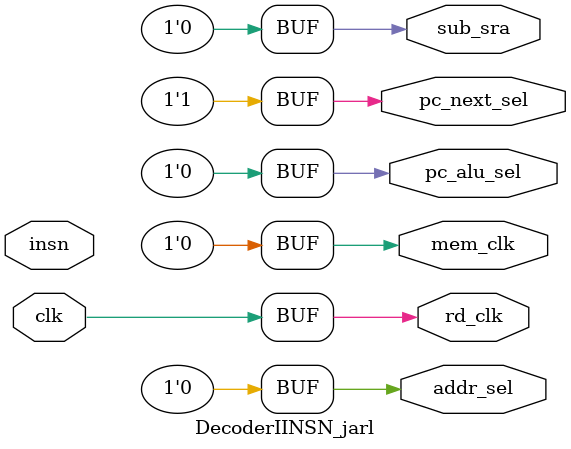
<source format=v>
/* 
Módulo para decodificação de instruções do tipo I JARL de acordo com
o ISA do risc-v. O módulo recebe a instrução e o sinal de clock
do processador, e retorna todas as saídas relevantes e não relevantes
para serem enviadas ao circuito
*/
module DecoderIINSN_jarl (
  input wire [31:0] insn , // instrução de 32 bits
  input wire clk, // sinal de Clock  
  output wire addr_sel, pc_next_sel, pc_alu_sel, sub_sra,
  // controle de adição/subtração controle de escolha de endereço, program counter,
  //e entrada da ALU do program counter
  output wire rd_clk, mem_clk // Saídas de clock dos registradores e da memória
);

  assign addr_sel = 0; // o endereço de memória deve continuar recebendo o pc

  assign sub_sra = 0; // como haverá uma soma, devemos setar sub_sra com 0.
  assign pc_next_sel = 1; // O PC continua deve receber o valor provindo da alu
  assign pc_alu_sel = 0; // A ALU do PC contínua recebendo 4

  assign rd_clk = clk; // O rd_clk é igual ao clk do processador, que ao subir grava o valor.
  assign mem_clk = 0; // É setado para 0, para evitar problemas com gravação de memória.

endmodule
</source>
